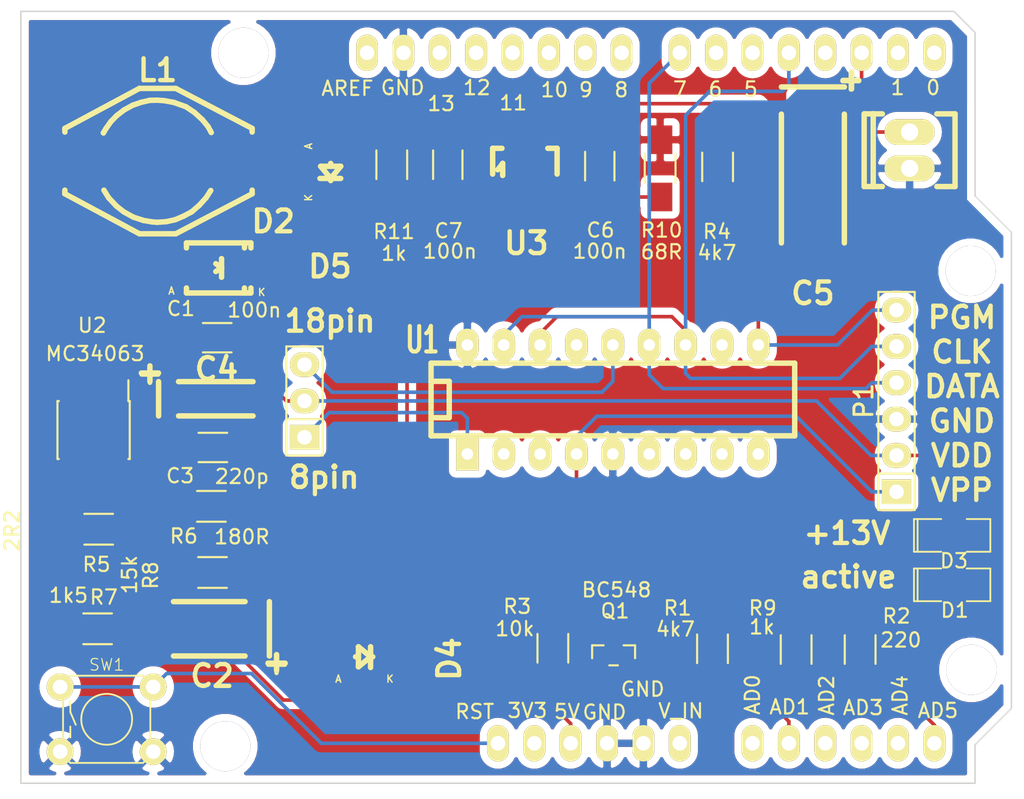
<source format=kicad_pcb>
(kicad_pcb (version 20171130) (host pcbnew 6.0.0-rc1-unknown-efe880b~66~ubuntu16.04.1)
  (layers (0 F.Cu signal) (31 B.Cu signal) (34 B.Paste user) (35 F.Paste user) (36 B.SilkS user) (37 F.SilkS user) (38 B.Mask user) (39 F.Mask user) (44 Edge.Cuts user))
  (net 0 "")
  (net 1 "VDD(D2)")
  (net 2 GND)
  (net 3 5V)
  (net 4 "Net-(C3-Pad1)")
  (net 5 13V)
  (net 6 "Net-(C5-Pad1)")
  (net 7 "Net-(C6-Pad2)")
  (net 8 "Net-(D1-Pad1)")
  (net 9 "Net-(D2-Pad1)")
  (net 10 "Net-(D3-Pad1)")
  (net 11 ZIF1)
  (net 12 ZIF14)
  (net 13 "Net-(L1-Pad2)")
  (net 14 VPP)
  (net 15 "DATA(D7)")
  (net 16 "CLK(D4)")
  (net 17 PGM)
  (net 18 "Net-(Q1-Pad2)")
  (net 19 "MCLR(A1)")
  (net 20 "ACTIVITY(A5)")
  (net 21 "Net-(R6-Pad2)")
  (net 22 "Net-(R7-Pad1)")
  (net 23 RESET)
  (net 24 "Net-(C4-Pad1)")
  (net 25 "Net-(C7-Pad1)")
  (module my_modules:ARDUINO_SHIELD_2_040pins (layer F.Cu) (at 129.6416 129.8448)
    (fp_text reference SHIELD1 hide)
    (fp_text value ARDUINO_SHIELD hide)
    (pad AD5 thru_hole oval (at 63.5 -2.54 90) (size 2.54 1.524) (drill 1.016) (layers *.Cu *.Mask F.SilkS) (net 20 "ACTIVITY(A5)"))
    (pad AD4 thru_hole oval (at 60.96 -2.54 90) (size 2.54 1.524) (drill 1.016) (layers *.Cu *.Mask F.SilkS))
    (pad AD3 thru_hole oval (at 58.42 -2.54 90) (size 2.54 1.524) (drill 1.016) (layers *.Cu *.Mask F.SilkS))
    (pad AD0 thru_hole oval (at 50.8 -2.54 90) (size 2.54 1.524) (drill 1.016) (layers *.Cu *.Mask F.SilkS))
    (pad AD1 thru_hole oval (at 53.34 -2.54 90) (size 2.54 1.524) (drill 1.016) (layers *.Cu *.Mask F.SilkS) (net 19 "MCLR(A1)"))
    (pad AD2 thru_hole oval (at 55.88 -2.54 90) (size 2.54 1.524) (drill 1.016) (layers *.Cu *.Mask F.SilkS))
    (pad V_IN thru_hole oval (at 45.72 -2.54 90) (size 2.54 1.524) (drill 1.016) (layers *.Cu *.Mask F.SilkS))
    (pad GND2 thru_hole oval (at 43.18 -2.54 90) (size 2.54 1.524) (drill 1.016) (layers *.Cu *.Mask F.SilkS) (net 2 GND))
    (pad GND1 thru_hole oval (at 40.64 -2.54 90) (size 2.54 1.524) (drill 1.016) (layers *.Cu *.Mask F.SilkS) (net 2 GND))
    (pad 3V3 thru_hole oval (at 35.56 -2.54 90) (size 2.54 1.524) (drill 1.016) (layers *.Cu *.Mask F.SilkS))
    (pad RST thru_hole oval (at 33.02 -2.54 90) (size 2.54 1.524) (drill 1.016) (layers *.Cu *.Mask F.SilkS) (net 23 RESET))
    (pad 0 thru_hole oval (at 63.5 -50.8 90) (size 2.54 1.524) (drill 1.016) (layers *.Cu *.Mask F.SilkS))
    (pad 1 thru_hole oval (at 60.96 -50.8 90) (size 2.54 1.524) (drill 1.016) (layers *.Cu *.Mask F.SilkS))
    (pad 2 thru_hole oval (at 58.42 -50.8 90) (size 2.54 1.524) (drill 1.016) (layers *.Cu *.Mask F.SilkS) (net 1 "VDD(D2)"))
    (pad 3 thru_hole oval (at 55.88 -50.8 90) (size 2.54 1.524) (drill 1.016) (layers *.Cu *.Mask F.SilkS))
    (pad 4 thru_hole oval (at 53.34 -50.8 90) (size 2.54 1.524) (drill 1.016) (layers *.Cu *.Mask F.SilkS) (net 16 "CLK(D4)"))
    (pad 5 thru_hole oval (at 50.8 -50.8 90) (size 2.54 1.524) (drill 1.016) (layers *.Cu *.Mask F.SilkS))
    (pad 6 thru_hole oval (at 48.26 -50.8 90) (size 2.54 1.524) (drill 1.016) (layers *.Cu *.Mask F.SilkS))
    (pad 7 thru_hole oval (at 45.72 -50.8 90) (size 2.54 1.524) (drill 1.016) (layers *.Cu *.Mask F.SilkS) (net 15 "DATA(D7)"))
    (pad 8 thru_hole oval (at 41.656 -50.8 90) (size 2.54 1.524) (drill 1.016) (layers *.Cu *.Mask F.SilkS))
    (pad 9 thru_hole oval (at 39.116 -50.8 90) (size 2.54 1.524) (drill 1.016) (layers *.Cu *.Mask F.SilkS))
    (pad 10 thru_hole oval (at 36.576 -50.8 90) (size 2.54 1.524) (drill 1.016) (layers *.Cu *.Mask F.SilkS))
    (pad 11 thru_hole oval (at 34.036 -50.8 90) (size 2.54 1.524) (drill 1.016) (layers *.Cu *.Mask F.SilkS))
    (pad 12 thru_hole oval (at 31.496 -50.8 90) (size 2.54 1.524) (drill 1.016) (layers *.Cu *.Mask F.SilkS))
    (pad 13 thru_hole oval (at 28.956 -50.8 90) (size 2.54 1.524) (drill 1.016) (layers *.Cu *.Mask F.SilkS))
    (pad GND3 thru_hole oval (at 26.416 -50.8 90) (size 2.54 1.524) (drill 1.016) (layers *.Cu *.Mask F.SilkS) (net 2 GND))
    (pad AREF thru_hole oval (at 23.876 -50.8 90) (size 2.54 1.524) (drill 1.016) (layers *.Cu *.Mask F.SilkS))
    (pad 5V thru_hole oval (at 38.1 -2.54 90) (size 2.54 1.524) (drill 1.016) (layers *.Cu *.Mask F.SilkS) (net 3 5V))
  )
  (module Capacitors_SMD:C_1206_HandSoldering (layer F.Cu) (at 143.0528 98.9584 180)
    (fp_text reference C1 (at 2.54 2.032 180) (layer F.SilkS))
    (fp_text value 100n (at -2.5908 1.9304 180) (layer F.SilkS))
    (pad 1 smd rect (at -2 0 180) (size 2 1.6) (layers F.Cu F.Paste F.Mask) (net 1 "VDD(D2)"))
    (pad 2 smd rect (at 2 0 180) (size 2 1.6) (layers F.Cu F.Paste F.Mask) (net 2 GND))
  )
  (module Capacitors_SMD:C_1206_HandSoldering (layer F.Cu) (at 142.748 106.6292)
    (fp_text reference C3 (at -2.286 1.9812) (layer F.SilkS))
    (fp_text value 220p (at 2.032 2.032) (layer F.SilkS))
    (pad 1 smd rect (at -2 0) (size 2 1.6) (layers F.Cu F.Paste F.Mask) (net 4 "Net-(C3-Pad1)"))
    (pad 2 smd rect (at 2 0) (size 2 1.6) (layers F.Cu F.Paste F.Mask) (net 2 GND))
  )
  (module Capacitors_Tantalum_SMD:TantalC_SizeA_EIA-3216_HandSoldering (layer F.Cu) (at 142.9512 103.2256)
    (fp_text reference C4 (at 0.0508 -2.0828 180) (layer F.SilkS) (effects (font (size 1.524 1.524) (thickness 0.3048))))
    (fp_text value 10m/16V hide)
    (fp_text user + (at -4.59994 -1.80086) (layer F.SilkS) (effects (font (size 1.524 1.524) (thickness 0.3048))))
    (pad 2 smd rect (at 1.99898 0) (size 2.99974 1.50114) (layers F.Cu F.Paste F.Mask) (net 2 GND))
    (pad 1 smd rect (at -1.99898 0) (size 2.99974 1.50114) (layers F.Cu F.Paste F.Mask) (net 24 "Net-(C4-Pad1)"))
  )
  (module Capacitors_Tantalum_SMD:TantalC_SizeD_EIA-7343_HandSoldering (layer F.Cu) (at 184.658 87.8332 270)
    (fp_text reference C5 (at 8.0264 0) (layer F.SilkS) (effects (font (size 1.524 1.524) (thickness 0.3048))))
    (fp_text value 33m/35V hide)
    (fp_text user + (at -6.8072 -2.54 270) (layer F.SilkS) (effects (font (size 1.524 1.524) (thickness 0.3048))))
    (pad 2 smd rect (at 3.88874 0 270) (size 4.0005 2.70002) (layers F.Cu F.Paste F.Mask) (net 2 GND))
    (pad 1 smd rect (at -3.88874 0 270) (size 4.0005 2.70002) (layers F.Cu F.Paste F.Mask) (net 6 "Net-(C5-Pad1)"))
  )
  (module Capacitors_SMD:C_1206_HandSoldering (layer F.Cu) (at 169.7736 86.9696 270)
    (fp_text reference C6 (at 4.4704 -0.0508) (layer F.SilkS))
    (fp_text value 100n (at 5.9436 0) (layer F.SilkS))
    (pad 1 smd rect (at -2 0 270) (size 2 1.6) (layers F.Cu F.Paste F.Mask) (net 6 "Net-(C5-Pad1)"))
    (pad 2 smd rect (at 2 0 270) (size 2 1.6) (layers F.Cu F.Paste F.Mask) (net 7 "Net-(C6-Pad2)"))
  )
  (module Capacitors_SMD:C_1206_HandSoldering (layer F.Cu) (at 159.1564 86.868 90)
    (fp_text reference C7 (at -4.6228 0.0508 180) (layer F.SilkS))
    (fp_text value 100n (at -6.0452 0.1524 180) (layer F.SilkS))
    (pad 1 smd rect (at -2 0 90) (size 2 1.6) (layers F.Cu F.Paste F.Mask) (net 25 "Net-(C7-Pad1)"))
    (pad 2 smd rect (at 2 0 90) (size 2 1.6) (layers F.Cu F.Paste F.Mask) (net 7 "Net-(C6-Pad2)"))
  )
  (module Diodes_SMD:Diode-SMA_Handsoldering (layer F.Cu) (at 143.1544 94.0816)
    (fp_text reference D2 (at 3.81 -3.2512) (layer F.SilkS) (effects (font (size 1.524 1.524) (thickness 0.3048))))
    (fp_text value 1N5819 hide)
    (fp_text user A (at -3.29946 1.6002) (layer F.SilkS) (effects (font (size 0.50038 0.50038) (thickness 0.09906))))
    (fp_text user K (at 2.99974 1.69926) (layer F.SilkS) (effects (font (size 0.50038 0.50038) (thickness 0.09906))))
    (pad 1 smd rect (at -2.49936 0) (size 3.50012 1.80086) (layers F.Cu F.Paste F.Mask) (net 9 "Net-(D2-Pad1)"))
    (pad 2 smd rect (at 2.49936 0) (size 3.50012 1.80086) (layers F.Cu F.Paste F.Mask) (net 24 "Net-(C4-Pad1)"))
  )
  (module Pin_Headers:Pin_Header_Straight_1x03 (layer F.Cu) (at 149.1488 103.378 90)
    (fp_text reference JP1 hide)
    (fp_text value JUMPER3 hide)
    (pad 1 thru_hole rect (at -2.54 0 90) (size 1.7272 2.032) (drill 1.016) (layers *.Cu *.Mask F.SilkS) (net 11 ZIF1))
    (pad 2 thru_hole oval (at 0 0 90) (size 1.7272 2.032) (drill 1.016) (layers *.Cu *.Mask F.SilkS) (net 1 "VDD(D2)"))
    (pad 3 thru_hole oval (at 2.54 0 90) (size 1.7272 2.032) (drill 1.016) (layers *.Cu *.Mask F.SilkS) (net 12 ZIF14))
  )
  (module Choke_SMD:Choke_SMD_PISN_Handsoldering_FASTRON (layer F.Cu) (at 138.8872 86.614)
    (fp_text reference L1 (at 0 -6.35) (layer F.SilkS) (effects (font (size 1.524 1.524) (thickness 0.3048))))
    (fp_text value 220uH hide)
    (pad 2 smd rect (at -5.6515 0.01016) (size 4.0005 2.99974) (layers F.Cu F.Paste F.Mask) (net 13 "Net-(L1-Pad2)"))
    (pad 1 smd rect (at 5.68198 0) (size 4.0005 2.99974) (layers F.Cu F.Paste F.Mask) (net 9 "Net-(D2-Pad1)"))
  )
  (module Sockets_MOLEX_KK-System:Socket_MOLEX-KK-RM2-54mm_Lock_2pin_straight (layer F.Cu) (at 191.4144 85.852 90)
    (fp_text reference P2 hide)
    (fp_text value CONN_01X02 hide)
    (pad 1 thru_hole oval (at -1.27 0 90) (size 1.80086 3.50012) (drill 1.19888) (layers *.Cu *.Mask F.SilkS) (net 2 GND))
    (pad 2 thru_hole oval (at 1.27 0 90) (size 1.80086 3.50012) (drill 1.19888) (layers *.Cu *.Mask F.SilkS) (net 6 "Net-(C5-Pad1)"))
  )
  (module Transistors_SMD:sot23 (layer F.Cu) (at 170.7388 121.158)
    (fp_text reference Q1 (at 0.1016 -3.0988) (layer F.SilkS))
    (fp_text value BC548 (at 0.2032 -4.572) (layer F.SilkS))
    (pad 1 smd rect (at -0.9525 1.05664) (size 0.59944 1.00076) (layers F.Cu F.Paste F.Mask) (net 14 VPP))
    (pad 3 smd rect (at 0 -1.05664) (size 0.59944 1.00076) (layers F.Cu F.Paste F.Mask) (net 2 GND))
    (pad 2 smd rect (at 0.9525 1.05664) (size 0.59944 1.00076) (layers F.Cu F.Paste F.Mask) (net 18 "Net-(Q1-Pad2)"))
  )
  (module Resistors_SMD:R_1206_HandSoldering (layer F.Cu) (at 177.6476 120.7008 270)
    (fp_text reference R1 (at -2.8448 2.4384) (layer F.SilkS))
    (fp_text value 4k7 (at -1.3716 2.5908) (layer F.SilkS))
    (pad 1 smd rect (at -2 0 270) (size 2 1.7) (layers F.Cu F.Paste F.Mask) (net 18 "Net-(Q1-Pad2)"))
    (pad 2 smd rect (at 2 0 270) (size 2 1.7) (layers F.Cu F.Paste F.Mask) (net 19 "MCLR(A1)"))
  )
  (module Resistors_SMD:R_1206_HandSoldering (layer F.Cu) (at 187.96 120.7516 270)
    (fp_text reference R2 (at -2.3368 -2.54) (layer F.SilkS))
    (fp_text value 220 (at -0.6604 -2.8448) (layer F.SilkS))
    (pad 1 smd rect (at -2 0 270) (size 2 1.7) (layers F.Cu F.Paste F.Mask) (net 8 "Net-(D1-Pad1)"))
    (pad 2 smd rect (at 2 0 270) (size 2 1.7) (layers F.Cu F.Paste F.Mask) (net 20 "ACTIVITY(A5)"))
  )
  (module Resistors_SMD:R_1206_HandSoldering (layer F.Cu) (at 166.497 120.6627 90)
    (fp_text reference R3 (at 2.921 -2.4892 180) (layer F.SilkS))
    (fp_text value 10k (at 1.3589 -2.6543 180) (layer F.SilkS))
    (pad 1 smd rect (at -2 0 90) (size 2 1.7) (layers F.Cu F.Paste F.Mask) (net 5 13V))
    (pad 2 smd rect (at 2 0 90) (size 2 1.7) (layers F.Cu F.Paste F.Mask) (net 14 VPP))
  )
  (module Resistors_SMD:R_1206_HandSoldering (layer F.Cu) (at 178.0032 87.0204 90)
    (fp_text reference R4 (at -4.5212 -0.0508 180) (layer F.SilkS))
    (fp_text value 4k7 (at -5.9944 -0.0508 180) (layer F.SilkS))
    (pad 1 smd rect (at -2 0 90) (size 2 1.7) (layers F.Cu F.Paste F.Mask) (net 17 PGM))
    (pad 2 smd rect (at 2 0 90) (size 2 1.7) (layers F.Cu F.Paste F.Mask) (net 2 GND))
  )
  (module Resistors_SMD:R_1206_HandSoldering (layer F.Cu) (at 134.7724 112.3442)
    (fp_text reference R5 (at -0.1524 2.4638 180) (layer F.SilkS))
    (fp_text value 2R2 (at -6.0452 0.1016 90) (layer F.SilkS))
    (pad 1 smd rect (at -2 0) (size 2 1.7) (layers F.Cu F.Paste F.Mask) (net 3 5V))
    (pad 2 smd rect (at 2 0) (size 2 1.7) (layers F.Cu F.Paste F.Mask) (net 13 "Net-(L1-Pad2)"))
  )
  (module Resistors_SMD:R_1206_HandSoldering (layer F.Cu) (at 142.6464 110.744)
    (fp_text reference R6 (at -1.9304 2.0828) (layer F.SilkS))
    (fp_text value 180R (at 2.1336 2.1336) (layer F.SilkS))
    (pad 1 smd rect (at -2 0) (size 2 1.7) (layers F.Cu F.Paste F.Mask) (net 13 "Net-(L1-Pad2)"))
    (pad 2 smd rect (at 2 0) (size 2 1.7) (layers F.Cu F.Paste F.Mask) (net 21 "Net-(R6-Pad2)"))
  )
  (module Resistors_SMD:R_1206_HandSoldering (layer F.Cu) (at 134.6962 119.3038)
    (fp_text reference R7 (at 0.4318 -2.2098) (layer F.SilkS))
    (fp_text value 1k5 (at -2.032 -2.3368) (layer F.SilkS))
    (pad 1 smd rect (at -2 0) (size 2 1.7) (layers F.Cu F.Paste F.Mask) (net 22 "Net-(R7-Pad1)"))
    (pad 2 smd rect (at 2 0) (size 2 1.7) (layers F.Cu F.Paste F.Mask) (net 2 GND))
  )
  (module Resistors_SMD:R_1206_HandSoldering (layer F.Cu) (at 142.7226 115.3668 180)
    (fp_text reference R8 (at 4.318 -0.2032 -90) (layer F.SilkS))
    (fp_text value 15k (at 5.7912 -0.1524 -90) (layer F.SilkS))
    (pad 1 smd rect (at -2 0 180) (size 2 1.7) (layers F.Cu F.Paste F.Mask) (net 24 "Net-(C4-Pad1)"))
    (pad 2 smd rect (at 2 0 180) (size 2 1.7) (layers F.Cu F.Paste F.Mask) (net 22 "Net-(R7-Pad1)"))
  )
  (module Resistors_SMD:R_1206_HandSoldering (layer F.Cu) (at 183.4896 120.7516 270)
    (fp_text reference R9 (at -2.8956 2.3368) (layer F.SilkS))
    (fp_text value 1k (at -1.5748 2.3876) (layer F.SilkS))
    (pad 1 smd rect (at -2 0 270) (size 2 1.7) (layers F.Cu F.Paste F.Mask) (net 10 "Net-(D3-Pad1)"))
    (pad 2 smd rect (at 2 0 270) (size 2 1.7) (layers F.Cu F.Paste F.Mask) (net 5 13V))
  )
  (module Resistors_SMD:R_1206_HandSoldering (layer F.Cu) (at 173.99 87.122 270)
    (fp_text reference R10 (at 4.318 -0.1016) (layer F.SilkS))
    (fp_text value 68R (at 5.842 -0.1016) (layer F.SilkS))
    (pad 1 smd rect (at -2 0 270) (size 2 1.7) (layers F.Cu F.Paste F.Mask) (net 2 GND))
    (pad 2 smd rect (at 2 0 270) (size 2 1.7) (layers F.Cu F.Paste F.Mask) (net 7 "Net-(C6-Pad2)"))
  )
  (module Resistors_SMD:R_1206_HandSoldering (layer F.Cu) (at 155.2448 86.868 90)
    (fp_text reference R11 (at -4.6736 0.1524 180) (layer F.SilkS))
    (fp_text value 1k (at -6.1976 0.1524 180) (layer F.SilkS))
    (pad 1 smd rect (at -2 0 90) (size 2 1.7) (layers F.Cu F.Paste F.Mask) (net 25 "Net-(C7-Pad1)"))
    (pad 2 smd rect (at 2 0 90) (size 2 1.7) (layers F.Cu F.Paste F.Mask) (net 7 "Net-(C6-Pad2)"))
  )
  (module ab2_input_devices.mod:AB2_PB_MOM_6MM_PTH_BLK (layer F.Cu) (at 135.3312 125.6284)
    (fp_text reference SW1 (at 0 -3.81) (layer F.SilkS) (effects (font (size 0.8128 0.8128) (thickness 0.0762))))
    (fp_text value SW_PUSH hide)
    (pad 1 thru_hole circle (at -3.2512 -2.2606) (size 1.8796 1.8796) (drill 1.016) (layers *.Cu *.Mask F.SilkS) (net 23 RESET))
    (pad 1 thru_hole circle (at 3.2512 -2.2606) (size 1.8796 1.8796) (drill 1.016) (layers *.Cu *.Mask F.SilkS) (net 23 RESET))
    (pad 2 thru_hole circle (at -3.2512 2.2606) (size 1.8796 1.8796) (drill 1.016) (layers *.Cu *.Mask F.SilkS) (net 2 GND))
    (pad 2 thru_hole circle (at 3.2512 2.2606) (size 1.8796 1.8796) (drill 1.016) (layers *.Cu *.Mask F.SilkS) (net 2 GND))
  )
  (module Sockets_DIP:DIP-18__300_ELL (layer F.Cu) (at 170.688 103.2764)
    (fp_text reference U1 (at -13.3096 -4.1656) (layer F.SilkS) (effects (font (size 1.778 1.143) (thickness 0.3048))))
    (fp_text value PIC16F627 hide)
    (pad 1 thru_hole rect (at -10.16 3.81) (size 1.5748 2.286) (drill 0.8128) (layers *.Cu *.Mask F.SilkS) (net 11 ZIF1))
    (pad 2 thru_hole oval (at -7.62 3.81) (size 1.5748 2.286) (drill 0.8128) (layers *.Cu *.Mask F.SilkS))
    (pad 3 thru_hole oval (at -5.08 3.81) (size 1.5748 2.286) (drill 0.8128) (layers *.Cu *.Mask F.SilkS))
    (pad 4 thru_hole oval (at -2.54 3.81) (size 1.5748 2.286) (drill 0.8128) (layers *.Cu *.Mask F.SilkS) (net 14 VPP))
    (pad 5 thru_hole oval (at 0 3.81) (size 1.5748 2.286) (drill 0.8128) (layers *.Cu *.Mask F.SilkS) (net 2 GND))
    (pad 6 thru_hole oval (at 2.54 3.81) (size 1.5748 2.286) (drill 0.8128) (layers *.Cu *.Mask F.SilkS))
    (pad 7 thru_hole oval (at 5.08 3.81) (size 1.5748 2.286) (drill 0.8128) (layers *.Cu *.Mask F.SilkS))
    (pad 8 thru_hole oval (at 7.62 3.81) (size 1.5748 2.286) (drill 0.8128) (layers *.Cu *.Mask F.SilkS))
    (pad 9 thru_hole oval (at 10.16 3.81) (size 1.5748 2.286) (drill 0.8128) (layers *.Cu *.Mask F.SilkS))
    (pad 10 thru_hole oval (at 10.16 -3.81) (size 1.5748 2.286) (drill 0.8128) (layers *.Cu *.Mask F.SilkS) (net 17 PGM))
    (pad 11 thru_hole oval (at 7.62 -3.81) (size 1.5748 2.286) (drill 0.8128) (layers *.Cu *.Mask F.SilkS))
    (pad 12 thru_hole oval (at 5.08 -3.81) (size 1.5748 2.286) (drill 0.8128) (layers *.Cu *.Mask F.SilkS) (net 16 "CLK(D4)"))
    (pad 13 thru_hole oval (at 2.54 -3.81) (size 1.5748 2.286) (drill 0.8128) (layers *.Cu *.Mask F.SilkS) (net 15 "DATA(D7)"))
    (pad 14 thru_hole oval (at 0 -3.81) (size 1.5748 2.286) (drill 0.8128) (layers *.Cu *.Mask F.SilkS) (net 12 ZIF14))
    (pad 15 thru_hole oval (at -2.54 -3.81) (size 1.5748 2.286) (drill 0.8128) (layers *.Cu *.Mask F.SilkS))
    (pad 16 thru_hole oval (at -5.08 -3.81) (size 1.5748 2.286) (drill 0.8128) (layers *.Cu *.Mask F.SilkS) (net 16 "CLK(D4)"))
    (pad 17 thru_hole oval (at -7.62 -3.81) (size 1.5748 2.286) (drill 0.8128) (layers *.Cu *.Mask F.SilkS) (net 15 "DATA(D7)"))
    (pad 18 thru_hole oval (at -10.16 -3.81) (size 1.5748 2.286) (drill 0.8128) (layers *.Cu *.Mask F.SilkS) (net 2 GND))
  )
  (module Housings_SOT-89:SOT89-3_Housing (layer F.Cu) (at 164.5412 87.0204)
    (fp_text reference U3 (at 0.1016 5.334) (layer F.SilkS) (effects (font (size 1.524 1.524) (thickness 0.3048))))
    (fp_text value LM78L12ACZ hide)
    (pad 1 smd rect (at -1.50114 1.85166) (size 1.00076 1.50114) (layers F.Cu F.Paste F.Mask) (net 25 "Net-(C7-Pad1)"))
    (pad 2 smd rect (at 0 1.85166) (size 1.00076 1.50114) (layers F.Cu F.Paste F.Mask) (net 7 "Net-(C6-Pad2)"))
    (pad 3 smd rect (at 1.50114 1.85166) (size 1.00076 1.50114) (layers F.Cu F.Paste F.Mask) (net 6 "Net-(C5-Pad1)"))
    (pad 2 smd rect (at 0 -1.09982) (size 1.99898 2.99974) (layers F.Cu F.Paste F.Mask) (net 7 "Net-(C6-Pad2)"))
    (pad 2 smd trapezoid (at 0 0.7493 180) (size 1.50114 0.7493) (rect_delta 0 0.50038) (layers F.Cu F.Paste F.Mask) (net 7 "Net-(C6-Pad2)"))
  )
  (module Housings_SOIC:SOIC-8_3.9x4.9mm_Pitch1.27mm (layer F.Cu) (at 134.4168 105.41 270)
    (fp_text reference U2 (at -7.3152 0.1016) (layer F.SilkS))
    (fp_text value MC34063 (at -5.334 -0.1016) (layer F.SilkS))
    (pad 1 smd rect (at -2.7 -1.905 270) (size 1.55 0.6) (layers F.Cu F.Paste F.Mask) (net 9 "Net-(D2-Pad1)"))
    (pad 2 smd rect (at -2.7 -0.635 270) (size 1.55 0.6) (layers F.Cu F.Paste F.Mask) (net 2 GND))
    (pad 3 smd rect (at -2.7 0.635 270) (size 1.55 0.6) (layers F.Cu F.Paste F.Mask) (net 4 "Net-(C3-Pad1)"))
    (pad 4 smd rect (at -2.7 1.905 270) (size 1.55 0.6) (layers F.Cu F.Paste F.Mask) (net 2 GND))
    (pad 5 smd rect (at 2.7 1.905 270) (size 1.55 0.6) (layers F.Cu F.Paste F.Mask) (net 22 "Net-(R7-Pad1)"))
    (pad 6 smd rect (at 2.7 0.635 270) (size 1.55 0.6) (layers F.Cu F.Paste F.Mask) (net 3 5V))
    (pad 7 smd rect (at 2.7 -0.635 270) (size 1.55 0.6) (layers F.Cu F.Paste F.Mask) (net 13 "Net-(L1-Pad2)"))
    (pad 8 smd rect (at 2.7 -1.905 270) (size 1.55 0.6) (layers F.Cu F.Paste F.Mask) (net 21 "Net-(R6-Pad2)"))
  )
  (module Pin_Headers:Pin_Header_Straight_1x06 (layer F.Cu) (at 190.5 103.378 90)
    (fp_text reference P1 (at 0 -2.286 90) (layer F.SilkS) (effects (font (size 1.27 1.27) (thickness 0.2032))))
    (fp_text value CONN_01X06 hide)
    (pad 1 thru_hole rect (at -6.35 0 90) (size 1.7272 2.032) (drill 1.016) (layers *.Cu *.Mask F.SilkS) (net 14 VPP))
    (pad 2 thru_hole oval (at -3.81 0 90) (size 1.7272 2.032) (drill 1.016) (layers *.Cu *.Mask F.SilkS) (net 1 "VDD(D2)"))
    (pad 3 thru_hole oval (at -1.27 0 90) (size 1.7272 2.032) (drill 1.016) (layers *.Cu *.Mask F.SilkS) (net 2 GND))
    (pad 4 thru_hole oval (at 1.27 0 90) (size 1.7272 2.032) (drill 1.016) (layers *.Cu *.Mask F.SilkS) (net 15 "DATA(D7)"))
    (pad 5 thru_hole oval (at 3.81 0 90) (size 1.7272 2.032) (drill 1.016) (layers *.Cu *.Mask F.SilkS) (net 16 "CLK(D4)"))
    (pad 6 thru_hole oval (at 6.35 0 90) (size 1.7272 2.032) (drill 1.016) (layers *.Cu *.Mask F.SilkS) (net 17 PGM))
  )
  (module SMD_Packages:SMD-1206_Pol (layer F.Cu) (at 194.5132 116.2304)
    (fp_text reference D1 (at 0.0508 1.778) (layer F.SilkS))
    (fp_text value "LED yellow" hide)
    (pad 1 smd rect (at -1.651 0) (size 1.524 2.032) (layers F.Cu F.Paste F.Mask) (net 8 "Net-(D1-Pad1)"))
    (pad 2 smd rect (at 1.651 0) (size 1.524 2.032) (layers F.Cu F.Paste F.Mask) (net 2 GND))
  )
  (module SMD_Packages:SMD-1206_Pol (layer F.Cu) (at 194.5132 112.776)
    (fp_text reference D3 (at 0 1.778) (layer F.SilkS))
    (fp_text value "LED red" hide)
    (pad 1 smd rect (at -1.651 0) (size 1.524 2.032) (layers F.Cu F.Paste F.Mask) (net 10 "Net-(D3-Pad1)"))
    (pad 2 smd rect (at 1.651 0) (size 1.524 2.032) (layers F.Cu F.Paste F.Mask) (net 2 GND))
  )
  (module Diodes_SMD:Diode-MiniMELF_Handsoldering (layer F.Cu) (at 153.3144 121.2596)
    (fp_text reference D4 (at 5.9436 0.1524 -270) (layer F.SilkS) (effects (font (size 1.524 1.524) (thickness 0.3048))))
    (fp_text value DIODE hide)
    (fp_text user A (at -1.80086 1.5494) (layer F.SilkS) (effects (font (size 0.50038 0.50038) (thickness 0.09906))))
    (fp_text user K (at 1.80086 1.5494) (layer F.SilkS) (effects (font (size 0.50038 0.50038) (thickness 0.09906))))
    (pad 1 smd rect (at -2.75082 0) (size 3.29946 1.69926) (layers F.Cu F.Paste F.Mask) (net 24 "Net-(C4-Pad1)"))
    (pad 2 smd rect (at 2.75082 0) (size 3.29946 1.69926) (layers F.Cu F.Paste F.Mask) (net 5 13V))
  )
  (module Diodes_SMD:Diode-MiniMELF_Handsoldering (layer F.Cu) (at 150.9776 87.376 270)
    (fp_text reference D5 (at 6.604 0.0508) (layer F.SilkS) (effects (font (size 1.524 1.524) (thickness 0.3048))))
    (fp_text value DIODE hide)
    (fp_text user A (at -1.80086 1.5494 270) (layer F.SilkS) (effects (font (size 0.50038 0.50038) (thickness 0.09906))))
    (fp_text user K (at 1.80086 1.5494 270) (layer F.SilkS) (effects (font (size 0.50038 0.50038) (thickness 0.09906))))
    (pad 1 smd rect (at -2.75082 0 270) (size 3.29946 1.69926) (layers F.Cu F.Paste F.Mask) (net 25 "Net-(C7-Pad1)"))
    (pad 2 smd rect (at 2.75082 0 270) (size 3.29946 1.69926) (layers F.Cu F.Paste F.Mask) (net 5 13V))
  )
  (module Mounting_Holes:MountingHole_3-5mm (layer F.Cu) (at 195.7324 122.174)
    (fp_text reference MH hide)
    (fp_text value MountingHole_3-5mm_RevA_Date21Jun2010 hide)
    (pad 1 thru_hole circle (at 0 0) (size 3.50012 3.50012) (drill 3.50012) (layers))
  )
  (module Mounting_Holes:MountingHole_3-5mm (layer F.Cu) (at 195.6816 94.2848)
    (fp_text reference MH hide)
    (fp_text value MountingHole_3-5mm_RevA_Date21Jun2010 hide)
    (pad 1 thru_hole circle (at 0 0) (size 3.50012 3.50012) (drill 3.50012) (layers))
  )
  (module Mounting_Holes:MountingHole_3-5mm (layer F.Cu) (at 144.8816 79.0448)
    (fp_text reference MH hide)
    (fp_text value MountingHole_3-5mm_RevA_Date21Jun2010 hide)
    (pad 1 thru_hole circle (at 0 0) (size 3.50012 3.50012) (drill 3.50012) (layers))
  )
  (module Mounting_Holes:MountingHole_3-5mm (layer F.Cu) (at 143.6116 127.508)
    (fp_text reference MH hide)
    (fp_text value MountingHole_3-5mm_RevA_Date21Jun2010 hide)
    (pad 1 thru_hole circle (at 0 0) (size 3.50012 3.50012) (drill 3.50012) (layers))
  )
  (module Capacitors_Tantalum_SMD:TantalC_SizeB_EIA-3528_HandSoldering (layer F.Cu) (at 142.494 119.3038 180)
    (fp_text reference C2 (at -0.20066 -3.29946 180) (layer F.SilkS) (effects (font (size 1.524 1.524) (thickness 0.3048))))
    (fp_text value 10m/6,3V hide)
    (fp_text user + (at -4.70154 -2.4003 180) (layer F.SilkS) (effects (font (size 1.524 1.524) (thickness 0.3048))))
    (pad 2 smd rect (at 2.12598 0 180) (size 3.1496 1.80086) (layers F.Cu F.Paste F.Mask) (net 2 GND))
    (pad 1 smd rect (at -2.12598 0 180) (size 3.1496 1.80086) (layers F.Cu F.Paste F.Mask) (net 3 5V))
  )
  (gr_text AD5 (at 193.3956 125.0188) (layer F.SilkS) (effects (font (size 1 1))))
  (gr_text AD4 (at 190.754 123.952 90) (layer F.SilkS) (effects (font (size 1 1))))
  (gr_text AD3 (at 188.1632 124.8156) (layer F.SilkS) (effects (font (size 1 1))))
  (gr_text AD2 (at 185.6232 123.952 90) (layer F.SilkS) (effects (font (size 1 1))))
  (gr_text AD1 (at 183.0324 124.7648) (layer F.SilkS) (effects (font (size 1 1))))
  (gr_text AD0 (at 180.4416 123.9012 90) (layer F.SilkS) (effects (font (size 1 1))))
  (gr_text V_IN (at 175.4378 125.0442) (layer F.SilkS) (effects (font (size 1 1))))
  (gr_text "       GND\nGND" (at 170.1038 124.333) (layer F.SilkS) (effects (font (size 1 1))))
  (gr_text 5V (at 167.4876 125.095) (layer F.SilkS) (effects (font (size 1 1))))
  (gr_text 3V3 (at 164.719 125.0188) (layer F.SilkS) (effects (font (size 1 1))))
  (gr_text RST (at 161.036 125.095) (layer F.SilkS) (effects (font (size 1 1))))
  (gr_text "1  0" (at 191.8208 81.4832) (layer F.SilkS) (effects (font (size 1 1))))
  (gr_text "7  6  5" (at 177.8508 81.5848) (layer F.SilkS) (effects (font (size 1 1))))
  (gr_text "10 9  8" (at 168.7068 81.6356) (layer F.SilkS) (effects (font (size 1 1))))
  (gr_text 11 (at 163.7284 82.55) (layer F.SilkS) (effects (font (size 1 1))))
  (gr_text 12 (at 161.1884 81.4832) (layer F.SilkS) (effects (font (size 1 1))))
  (gr_text 13 (at 158.6992 82.6008) (layer F.SilkS) (effects (font (size 1 1))))
  (gr_text GND (at 156.0068 81.4832) (layer F.SilkS) (effects (font (size 1 1))))
  (gr_text AREF (at 152.146 81.534) (layer F.SilkS) (effects (font (size 1 1))))
  (gr_text 18pin (at 150.9268 97.79) (layer F.SilkS) (effects (font (size 1.5 1.5) (thickness 0.3))))
  (gr_text 8pin (at 150.5204 108.712) (layer F.SilkS) (effects (font (size 1.5 1.5) (thickness 0.3))))
  (gr_text "PGM\nCLK\nDATA\nGND\nVDD\nVPP" (at 195.072 103.5812) (layer F.SilkS) (effects (font (size 1.5 1.5) (thickness 0.3))))
  (gr_text active (at 187.1472 115.6716) (layer F.SilkS) (effects (font (size 1.5 1.5) (thickness 0.3))))
  (gr_text "+13V\n" (at 187.0456 112.6236) (layer F.SilkS) (effects (font (size 1.5 1.5) (thickness 0.3))))
  (gr_line (start 130.302 76.1492) (end 129.3368 76.1492) (angle 90) (layer Edge.Cuts) (width 0.1))
  (gr_line (start 129.3368 130.0988) (end 129.3368 76.1492) (angle 90) (layer Edge.Cuts) (width 0.1))
  (gr_line (start 195.9864 130.0988) (end 129.3368 130.0988) (angle 90) (layer Edge.Cuts) (width 0.1))
  (gr_line (start 195.9864 127.4064) (end 195.9864 130.0988) (angle 90) (layer Edge.Cuts) (width 0.1))
  (gr_line (start 198.5264 124.8664) (end 195.9864 127.4064) (angle 90) (layer Edge.Cuts) (width 0.1))
  (gr_line (start 198.5264 91.5924) (end 198.5264 124.8664) (angle 90) (layer Edge.Cuts) (width 0.1))
  (gr_line (start 195.9864 89.0524) (end 198.5264 91.5924) (angle 90) (layer Edge.Cuts) (width 0.1))
  (gr_line (start 195.9864 77.6224) (end 195.9864 89.0524) (angle 90) (layer Edge.Cuts) (width 0.1))
  (gr_line (start 194.5132 76.1492) (end 195.9864 77.6224) (angle 90) (layer Edge.Cuts) (width 0.1))
  (gr_line (start 130.286 76.1492) (end 194.5132 76.1492) (angle 90) (layer Edge.Cuts) (width 0.1))
  (segment (start 185.8772 126.9492) (end 185.5216 127.3048) (width 0.254) (layer F.Cu) (net 0))
  (segment (start 190.5 107.188) (end 192.1764 107.188) (width 0.254) (layer F.Cu) (net 1))
  (segment (start 188.0616 81.28) (end 188.0616 79.0448) (width 0.254) (layer F.Cu) (net 1))
  (segment (start 188.468 81.6864) (end 188.0616 81.28) (width 0.254) (layer F.Cu) (net 1))
  (segment (start 193.294 81.6864) (end 188.468 81.6864) (width 0.254) (layer F.Cu) (net 1))
  (segment (start 194.9704 83.3628) (end 193.294 81.6864) (width 0.254) (layer F.Cu) (net 1))
  (segment (start 194.9704 90.4748) (end 194.9704 83.3628) (width 0.254) (layer F.Cu) (net 1))
  (segment (start 192.6082 92.837) (end 194.9704 90.4748) (width 0.254) (layer F.Cu) (net 1))
  (segment (start 192.6082 106.7562) (end 192.6082 92.837) (width 0.254) (layer F.Cu) (net 1))
  (segment (start 192.1764 107.188) (end 192.6082 106.7562) (width 0.254) (layer F.Cu) (net 1))
  (segment (start 145.0528 98.9584) (end 145.0528 99.79) (width 0.254) (layer F.Cu) (net 1))
  (segment (start 147.8788 103.378) (end 149.1488 103.378) (width 0.254) (layer F.Cu) (net 1))
  (segment (start 147.32 102.8192) (end 147.8788 103.378) (width 0.254) (layer F.Cu) (net 1))
  (segment (start 147.32 102.0572) (end 147.32 102.8192) (width 0.254) (layer F.Cu) (net 1))
  (segment (start 145.0528 99.79) (end 147.32 102.0572) (width 0.254) (layer F.Cu) (net 1))
  (segment (start 190.5 107.188) (end 188.722 107.188) (width 0.254) (layer B.Cu) (net 1))
  (segment (start 184.912 103.378) (end 183.9976 103.378) (width 0.254) (layer B.Cu) (net 1))
  (segment (start 188.722 107.188) (end 184.912 103.378) (width 0.254) (layer B.Cu) (net 1))
  (segment (start 183.9976 103.378) (end 175.1076 103.378) (width 0.254) (layer B.Cu) (net 1))
  (segment (start 175.1076 103.378) (end 149.1488 103.378) (width 0.254) (layer B.Cu) (net 1))
  (segment (start 136.7216 118.586) (end 136.7216 119.4308) (width 0.254) (layer F.Cu) (net 2))
  (segment (start 144.61998 119.3038) (end 144.61998 121.22658) (width 0.254) (layer F.Cu) (net 3))
  (segment (start 167.7416 125.9332) (end 167.7416 127.3048) (width 0.254) (layer F.Cu) (net 3))
  (segment (start 166.0906 124.2822) (end 167.7416 125.9332) (width 0.254) (layer F.Cu) (net 3))
  (segment (start 147.6756 124.2822) (end 166.0906 124.2822) (width 0.254) (layer F.Cu) (net 3))
  (segment (start 144.61998 121.22658) (end 147.6756 124.2822) (width 0.254) (layer F.Cu) (net 3))
  (segment (start 132.7724 112.3442) (end 132.7724 113.3414) (width 0.254) (layer F.Cu) (net 3))
  (segment (start 144.61998 118.02618) (end 144.61998 119.3038) (width 0.254) (layer F.Cu) (net 3))
  (segment (start 144.145 117.5512) (end 144.61998 118.02618) (width 0.254) (layer F.Cu) (net 3))
  (segment (start 143.0782 117.5512) (end 144.145 117.5512) (width 0.254) (layer F.Cu) (net 3))
  (segment (start 142.6718 117.1448) (end 143.0782 117.5512) (width 0.254) (layer F.Cu) (net 3))
  (segment (start 142.6718 114.0206) (end 142.6718 117.1448) (width 0.254) (layer F.Cu) (net 3))
  (segment (start 142.0876 113.4364) (end 142.6718 114.0206) (width 0.254) (layer F.Cu) (net 3))
  (segment (start 139.0142 113.4364) (end 142.0876 113.4364) (width 0.254) (layer F.Cu) (net 3))
  (segment (start 138.4808 113.9698) (end 139.0142 113.4364) (width 0.254) (layer F.Cu) (net 3))
  (segment (start 133.4008 113.9698) (end 138.4808 113.9698) (width 0.254) (layer F.Cu) (net 3))
  (segment (start 132.7724 113.3414) (end 133.4008 113.9698) (width 0.254) (layer F.Cu) (net 3))
  (segment (start 132.7724 112.3442) (end 132.7724 110.6866) (width 0.254) (layer F.Cu) (net 3))
  (segment (start 132.7724 110.6866) (end 133.7818 109.6772) (width 0.254) (layer F.Cu) (net 3))
  (segment (start 132.7724 112.3442) (end 132.7724 111.6264) (width 0.254) (layer F.Cu) (net 3))
  (segment (start 133.7818 108.11) (end 133.7818 109.6772) (width 0.254) (layer F.Cu) (net 3))
  (segment (start 167.7416 126.6952) (end 167.7416 127.3048) (width 0.254) (layer F.Cu) (net 3))
  (segment (start 140.748 106.6292) (end 137.8712 106.6292) (width 0.254) (layer F.Cu) (net 4))
  (segment (start 133.7818 104.6226) (end 133.7818 102.71) (width 0.254) (layer F.Cu) (net 4))
  (segment (start 134.0612 104.902) (end 133.7818 104.6226) (width 0.254) (layer F.Cu) (net 4))
  (segment (start 136.144 104.902) (end 134.0612 104.902) (width 0.254) (layer F.Cu) (net 4))
  (segment (start 137.8712 106.6292) (end 136.144 104.902) (width 0.254) (layer F.Cu) (net 4))
  (segment (start 150.9776 90.12682) (end 150.9776 92.6846) (width 0.254) (layer F.Cu) (net 5))
  (segment (start 156.3116 98.0186) (end 156.3116 122.6627) (width 0.254) (layer F.Cu) (net 5))
  (segment (start 150.9776 92.6846) (end 156.3116 98.0186) (width 0.254) (layer F.Cu) (net 5))
  (segment (start 166.497 122.6627) (end 156.3116 122.6627) (width 0.254) (layer F.Cu) (net 5))
  (segment (start 169.3926 124.5616) (end 168.7068 124.5616) (width 0.254) (layer F.Cu) (net 5))
  (segment (start 168.7068 124.5616) (end 166.8079 122.6627) (width 0.254) (layer F.Cu) (net 5))
  (segment (start 166.8079 122.6627) (end 166.497 122.6627) (width 0.254) (layer F.Cu) (net 5))
  (segment (start 183.4896 122.7516) (end 182.4416 122.7516) (width 0.254) (layer F.Cu) (net 5))
  (segment (start 168.7068 124.5616) (end 166.846 122.7008) (width 0.254) (layer F.Cu) (net 5))
  (segment (start 173.482 124.5616) (end 169.3926 124.5616) (width 0.254) (layer F.Cu) (net 5))
  (segment (start 173.8884 124.1552) (end 173.482 124.5616) (width 0.254) (layer F.Cu) (net 5))
  (segment (start 173.8884 123.2916) (end 173.8884 124.1552) (width 0.254) (layer F.Cu) (net 5))
  (segment (start 176.3776 120.8024) (end 173.8884 123.2916) (width 0.254) (layer F.Cu) (net 5))
  (segment (start 180.4924 120.8024) (end 176.3776 120.8024) (width 0.254) (layer F.Cu) (net 5))
  (segment (start 182.4416 122.7516) (end 180.4924 120.8024) (width 0.254) (layer F.Cu) (net 5))
  (segment (start 150.9776 90.12682) (end 150.9776 91.2368) (width 0.254) (layer F.Cu) (net 5))
  (segment (start 191.4144 84.582) (end 185.29554 84.582) (width 0.254) (layer F.Cu) (net 6))
  (segment (start 185.29554 84.582) (end 184.658 83.94446) (width 0.254) (layer F.Cu) (net 6))
  (segment (start 166.04234 88.87206) (end 166.04234 88.70086) (width 0.254) (layer F.Cu) (net 6))
  (segment (start 166.04234 88.70086) (end 169.7736 84.9696) (width 0.254) (layer F.Cu) (net 6))
  (segment (start 184.658 83.94446) (end 182.19166 83.94446) (width 0.254) (layer F.Cu) (net 6))
  (segment (start 172.1424 82.6008) (end 169.7736 84.9696) (width 0.254) (layer F.Cu) (net 6))
  (segment (start 180.848 82.6008) (end 172.1424 82.6008) (width 0.254) (layer F.Cu) (net 6))
  (segment (start 182.19166 83.94446) (end 180.848 82.6008) (width 0.254) (layer F.Cu) (net 6))
  (segment (start 164.5412 88.87206) (end 164.5412 87.7697) (width 0.254) (layer F.Cu) (net 7))
  (segment (start 164.5412 87.7697) (end 164.5412 85.92058) (width 0.254) (layer F.Cu) (net 7))
  (segment (start 164.5412 88.87206) (end 164.5412 88.2396) (width 0.254) (layer F.Cu) (net 7))
  (segment (start 165.08222 86.4616) (end 164.5412 85.92058) (width 0.254) (layer F.Cu) (net 7))
  (segment (start 164.5412 90.7288) (end 164.5412 88.87206) (width 0.254) (layer F.Cu) (net 7))
  (segment (start 159.1564 84.868) (end 155.2448 84.868) (width 0.254) (layer F.Cu) (net 7))
  (segment (start 164.5412 85.92058) (end 160.20898 85.92058) (width 0.254) (layer F.Cu) (net 7))
  (segment (start 160.20898 85.92058) (end 159.1564 84.868) (width 0.254) (layer F.Cu) (net 7))
  (segment (start 169.7736 88.9696) (end 169.7736 89.7636) (width 0.254) (layer F.Cu) (net 7))
  (segment (start 169.7736 89.7636) (end 168.148 91.3892) (width 0.254) (layer F.Cu) (net 7))
  (segment (start 164.5412 90.7796) (end 164.5412 90.7288) (width 0.254) (layer F.Cu) (net 7))
  (segment (start 165.1508 91.3892) (end 164.5412 90.7796) (width 0.254) (layer F.Cu) (net 7))
  (segment (start 168.148 91.3892) (end 165.1508 91.3892) (width 0.254) (layer F.Cu) (net 7))
  (segment (start 173.99 89.122) (end 169.926 89.122) (width 0.254) (layer F.Cu) (net 7))
  (segment (start 169.926 89.122) (end 169.7736 88.9696) (width 0.254) (layer F.Cu) (net 7))
  (segment (start 187.96 118.7516) (end 188.1312 118.7516) (width 0.254) (layer F.Cu) (net 8))
  (segment (start 188.1312 118.7516) (end 190.6524 116.2304) (width 0.254) (layer F.Cu) (net 8))
  (segment (start 190.6524 116.2304) (end 192.8622 116.2304) (width 0.254) (layer F.Cu) (net 8))
  (segment (start 140.65504 94.0816) (end 138.8364 94.0816) (width 0.254) (layer F.Cu) (net 9))
  (segment (start 138.8364 94.0816) (end 136.3218 96.5962) (width 0.254) (layer F.Cu) (net 9))
  (segment (start 140.65504 94.0816) (end 140.65504 90.52814) (width 0.254) (layer F.Cu) (net 9))
  (segment (start 140.65504 90.52814) (end 144.56918 86.614) (width 0.254) (layer F.Cu) (net 9))
  (segment (start 136.3218 102.71) (end 136.3218 96.5962) (width 0.254) (layer F.Cu) (net 9))
  (segment (start 136.54024 102.49156) (end 136.3218 102.71) (width 0.254) (layer F.Cu) (net 9))
  (segment (start 136.3218 102.71) (end 136.3218 102.37724) (width 0.254) (layer F.Cu) (net 9))
  (segment (start 193.0654 112.776) (end 187.5028 112.776) (width 0.254) (layer F.Cu) (net 10))
  (segment (start 183.4896 116.7892) (end 183.4896 118.7516) (width 0.254) (layer F.Cu) (net 10))
  (segment (start 187.5028 112.776) (end 183.4896 116.7892) (width 0.254) (layer F.Cu) (net 10))
  (segment (start 160.528 107.0864) (end 160.528 104.5972) (width 0.254) (layer B.Cu) (net 11))
  (segment (start 150.876 104.1908) (end 149.1488 105.918) (width 0.254) (layer B.Cu) (net 11))
  (segment (start 160.1216 104.1908) (end 150.876 104.1908) (width 0.254) (layer B.Cu) (net 11))
  (segment (start 160.528 104.5972) (end 160.1216 104.1908) (width 0.254) (layer B.Cu) (net 11))
  (segment (start 170.688 99.4664) (end 170.688 102.0064) (width 0.254) (layer B.Cu) (net 12))
  (segment (start 151.0792 102.7684) (end 149.1488 100.838) (width 0.254) (layer B.Cu) (net 12))
  (segment (start 169.926 102.7684) (end 151.0792 102.7684) (width 0.254) (layer B.Cu) (net 12))
  (segment (start 170.688 102.0064) (end 169.926 102.7684) (width 0.254) (layer B.Cu) (net 12))
  (segment (start 170.688 100.838) (end 170.688 100.6856) (width 0.254) (layer B.Cu) (net 12))
  (segment (start 170.688 100.6856) (end 170.688 99.4664) (width 0.254) (layer B.Cu) (net 12))
  (segment (start 170.688 100.838) (end 170.688 99.4664) (width 0.254) (layer B.Cu) (net 12))
  (segment (start 136.7724 112.3442) (end 139.0462 112.3442) (width 0.254) (layer F.Cu) (net 13))
  (segment (start 139.0462 112.3442) (end 140.6464 110.744) (width 0.254) (layer F.Cu) (net 13))
  (segment (start 135.0518 108.11) (end 135.0518 109.4232) (width 0.254) (layer F.Cu) (net 13))
  (segment (start 136.7724 111.1438) (end 136.7724 112.3442) (width 0.254) (layer F.Cu) (net 13))
  (segment (start 135.0518 109.4232) (end 136.7724 111.1438) (width 0.254) (layer F.Cu) (net 13))
  (segment (start 135.0518 108.11) (end 135.0518 106.4514) (width 0.254) (layer F.Cu) (net 13))
  (segment (start 131.5974 88.26246) (end 133.2357 86.62416) (width 0.254) (layer F.Cu) (net 13))
  (segment (start 131.5974 104.9528) (end 131.5974 88.26246) (width 0.254) (layer F.Cu) (net 13))
  (segment (start 132.334 105.6894) (end 131.5974 104.9528) (width 0.254) (layer F.Cu) (net 13))
  (segment (start 134.2898 105.6894) (end 132.334 105.6894) (width 0.254) (layer F.Cu) (net 13))
  (segment (start 135.0518 106.4514) (end 134.2898 105.6894) (width 0.254) (layer F.Cu) (net 13))
  (segment (start 133.2357 86.62416) (end 131.35864 86.62416) (width 0.254) (layer F.Cu) (net 13))
  (segment (start 166.497 118.6627) (end 168.1292 118.6627) (width 0.254) (layer F.Cu) (net 14))
  (segment (start 168.1292 118.6627) (end 168.148 118.6815) (width 0.254) (layer F.Cu) (net 14))
  (segment (start 168.148 107.0864) (end 168.148 118.6815) (width 0.254) (layer F.Cu) (net 14))
  (segment (start 168.148 118.6815) (end 168.148 121.5136) (width 0.254) (layer F.Cu) (net 14))
  (segment (start 168.84904 122.21464) (end 169.7863 122.21464) (width 0.254) (layer F.Cu) (net 14))
  (segment (start 168.148 121.5136) (end 168.84904 122.21464) (width 0.254) (layer F.Cu) (net 14))
  (segment (start 190.5 109.728) (end 188.7728 109.728) (width 0.254) (layer B.Cu) (net 14))
  (segment (start 183.4896 104.4448) (end 183.1848 104.4448) (width 0.254) (layer B.Cu) (net 14))
  (segment (start 188.7728 109.728) (end 183.4896 104.4448) (width 0.254) (layer B.Cu) (net 14))
  (segment (start 183.1848 104.4448) (end 182.3212 104.4448) (width 0.254) (layer B.Cu) (net 14))
  (segment (start 168.148 105.8672) (end 168.148 107.0864) (width 0.254) (layer B.Cu) (net 14))
  (segment (start 169.5704 104.4448) (end 168.148 105.8672) (width 0.254) (layer B.Cu) (net 14))
  (segment (start 182.3212 104.4448) (end 169.5704 104.4448) (width 0.254) (layer B.Cu) (net 14))
  (segment (start 190.5 102.108) (end 188.7728 102.108) (width 0.254) (layer B.Cu) (net 15))
  (segment (start 188.3664 102.5144) (end 187.8584 102.5144) (width 0.254) (layer B.Cu) (net 15))
  (segment (start 188.7728 102.108) (end 188.3664 102.5144) (width 0.254) (layer B.Cu) (net 15))
  (segment (start 186.436 102.5144) (end 187.8584 102.5144) (width 0.254) (layer B.Cu) (net 15))
  (segment (start 174.1932 102.5144) (end 173.228 101.5492) (width 0.254) (layer B.Cu) (net 15))
  (segment (start 173.228 101.5492) (end 173.228 99.4664) (width 0.254) (layer B.Cu) (net 15))
  (segment (start 186.436 102.5144) (end 174.1932 102.5144) (width 0.254) (layer B.Cu) (net 15))
  (segment (start 163.068 99.4664) (end 163.068 98.7552) (width 0.254) (layer B.Cu) (net 15))
  (segment (start 163.068 98.7552) (end 164.338 97.4852) (width 0.254) (layer B.Cu) (net 15))
  (segment (start 164.338 97.4852) (end 173.228 97.4852) (width 0.254) (layer B.Cu) (net 15))
  (segment (start 173.228 99.4664) (end 173.228 97.4852) (width 0.254) (layer B.Cu) (net 15))
  (segment (start 173.228 97.4852) (end 173.228 81.1784) (width 0.254) (layer B.Cu) (net 15))
  (segment (start 173.228 81.1784) (end 175.3616 79.0448) (width 0.254) (layer B.Cu) (net 15))
  (segment (start 175.768 101.1936) (end 175.768 101.4476) (width 0.254) (layer B.Cu) (net 16))
  (segment (start 175.768 101.4476) (end 176.1236 101.8032) (width 0.254) (layer B.Cu) (net 16))
  (segment (start 190.5 99.568) (end 188.7728 99.568) (width 0.254) (layer B.Cu) (net 16))
  (segment (start 185.3184 101.8032) (end 176.1236 101.8032) (width 0.254) (layer B.Cu) (net 16))
  (segment (start 188.7728 99.568) (end 186.5376 101.8032) (width 0.254) (layer B.Cu) (net 16))
  (segment (start 186.5376 101.8032) (end 185.3184 101.8032) (width 0.254) (layer B.Cu) (net 16))
  (segment (start 165.608 99.4664) (end 165.608 98.6536) (width 0.254) (layer F.Cu) (net 16))
  (segment (start 165.608 98.6536) (end 166.7764 97.4852) (width 0.254) (layer F.Cu) (net 16))
  (segment (start 166.7764 97.4852) (end 174.8028 97.4852) (width 0.254) (layer F.Cu) (net 16))
  (segment (start 174.8028 97.4852) (end 175.768 98.4504) (width 0.254) (layer F.Cu) (net 16))
  (segment (start 175.768 98.4504) (end 175.768 99.4664) (width 0.254) (layer F.Cu) (net 16))
  (segment (start 175.768 99.4664) (end 175.768 83.4136) (width 0.254) (layer B.Cu) (net 16))
  (segment (start 182.9816 81.28) (end 182.9816 79.0448) (width 0.254) (layer B.Cu) (net 16))
  (segment (start 182.5244 81.7372) (end 182.9816 81.28) (width 0.254) (layer B.Cu) (net 16))
  (segment (start 180.2892 81.7372) (end 182.5244 81.7372) (width 0.254) (layer B.Cu) (net 16))
  (segment (start 177.4444 81.7372) (end 180.2892 81.7372) (width 0.254) (layer B.Cu) (net 16))
  (segment (start 175.768 83.4136) (end 177.4444 81.7372) (width 0.254) (layer B.Cu) (net 16))
  (segment (start 175.768 99.4664) (end 175.768 101.1936) (width 0.254) (layer B.Cu) (net 16))
  (segment (start 180.848 99.4664) (end 186.3852 99.4664) (width 0.254) (layer B.Cu) (net 17))
  (segment (start 186.3852 99.4664) (end 188.8236 97.028) (width 0.254) (layer B.Cu) (net 17))
  (segment (start 178.0032 89.0204) (end 178.0032 94.0308) (width 0.254) (layer F.Cu) (net 17))
  (segment (start 180.848 96.8756) (end 180.848 99.4664) (width 0.254) (layer F.Cu) (net 17))
  (segment (start 178.0032 94.0308) (end 180.848 96.8756) (width 0.254) (layer F.Cu) (net 17))
  (segment (start 190.5 97.028) (end 188.8236 97.028) (width 0.254) (layer B.Cu) (net 17))
  (segment (start 171.6913 122.21464) (end 173.08576 122.21464) (width 0.254) (layer F.Cu) (net 18))
  (segment (start 176.5996 118.7008) (end 177.6476 118.7008) (width 0.254) (layer F.Cu) (net 18))
  (segment (start 173.08576 122.21464) (end 176.5996 118.7008) (width 0.254) (layer F.Cu) (net 18))
  (segment (start 177.6476 122.7008) (end 179.9016 122.7008) (width 0.254) (layer F.Cu) (net 19))
  (segment (start 182.9816 125.7808) (end 182.9816 127.3048) (width 0.254) (layer F.Cu) (net 19))
  (segment (start 179.9016 122.7008) (end 182.9816 125.7808) (width 0.254) (layer F.Cu) (net 19))
  (segment (start 183.0004 127.286) (end 182.9816 127.3048) (width 0.254) (layer F.Cu) (net 19))
  (segment (start 193.1416 127.3048) (end 193.1416 126.0348) (width 0.254) (layer F.Cu) (net 20))
  (segment (start 193.1416 126.0348) (end 189.8584 122.7516) (width 0.254) (layer F.Cu) (net 20))
  (segment (start 189.8584 122.7516) (end 187.96 122.7516) (width 0.254) (layer F.Cu) (net 20))
  (segment (start 136.3218 108.11) (end 137.9296 108.11) (width 0.254) (layer F.Cu) (net 21))
  (segment (start 144.1196 110.744) (end 144.6464 110.744) (width 0.254) (layer F.Cu) (net 21))
  (segment (start 137.9296 108.11) (end 138.6332 108.8136) (width 0.254) (layer F.Cu) (net 21))
  (segment (start 138.6332 108.8136) (end 142.1892 108.8136) (width 0.254) (layer F.Cu) (net 21))
  (segment (start 142.1892 108.8136) (end 144.1196 110.744) (width 0.254) (layer F.Cu) (net 21))
  (segment (start 132.7216 119.4308) (end 132.7216 115.4496) (width 0.254) (layer F.Cu) (net 22))
  (segment (start 132.7216 115.4496) (end 132.6388 115.3668) (width 0.254) (layer F.Cu) (net 22))
  (segment (start 136.6266 115.3668) (end 132.6388 115.3668) (width 0.254) (layer F.Cu) (net 22))
  (segment (start 132.6388 115.3668) (end 131.826 115.3668) (width 0.254) (layer F.Cu) (net 22))
  (segment (start 131.826 115.3668) (end 131.0386 114.5794) (width 0.254) (layer F.Cu) (net 22))
  (segment (start 131.0386 110.5408) (end 131.0386 114.5794) (width 0.254) (layer F.Cu) (net 22))
  (segment (start 140.7226 115.3668) (end 136.6266 115.3668) (width 0.254) (layer F.Cu) (net 22))
  (segment (start 132.5118 108.11) (end 132.5118 109.0676) (width 0.254) (layer F.Cu) (net 22))
  (segment (start 132.5118 109.0676) (end 131.0386 110.5408) (width 0.254) (layer F.Cu) (net 22))
  (segment (start 138.5824 123.3678) (end 132.08 123.3678) (width 0.254) (layer B.Cu) (net 23))
  (segment (start 139.522199 122.428001) (end 145.440401 122.428001) (width 0.254) (layer B.Cu) (net 23))
  (segment (start 138.5824 123.3678) (end 139.522199 122.428001) (width 0.254) (layer B.Cu) (net 23))
  (segment (start 150.3172 127.3048) (end 162.6616 127.3048) (width 0.254) (layer B.Cu) (net 23))
  (segment (start 145.440401 122.428001) (end 150.3172 127.3048) (width 0.254) (layer B.Cu) (net 23))
  (segment (start 144.7226 115.3668) (end 146.7866 115.3668) (width 0.254) (layer F.Cu) (net 24))
  (segment (start 146.7866 115.3668) (end 147.0152 115.5954) (width 0.254) (layer F.Cu) (net 24))
  (segment (start 150.56358 121.2596) (end 147.574 121.2596) (width 0.254) (layer F.Cu) (net 24))
  (segment (start 147.574 121.2596) (end 147.0152 120.7008) (width 0.254) (layer F.Cu) (net 24))
  (segment (start 147.0152 120.7008) (end 147.0152 118.1608) (width 0.254) (layer F.Cu) (net 24))
  (segment (start 147.0152 118.1608) (end 147.0152 115.5954) (width 0.254) (layer F.Cu) (net 24))
  (segment (start 147.0152 115.5954) (end 147.0152 114.2746) (width 0.254) (layer F.Cu) (net 24))
  (segment (start 147.0152 114.2746) (end 147.0152 109.8804) (width 0.254) (layer F.Cu) (net 24))
  (segment (start 147.0152 109.8804) (end 145.7452 108.6104) (width 0.254) (layer F.Cu) (net 24))
  (segment (start 145.7452 108.6104) (end 143.51 108.6104) (width 0.254) (layer F.Cu) (net 24))
  (segment (start 143.51 108.6104) (end 142.6972 107.7976) (width 0.254) (layer F.Cu) (net 24))
  (segment (start 142.6972 107.7976) (end 142.6972 105.2576) (width 0.254) (layer F.Cu) (net 24))
  (segment (start 142.6972 105.2576) (end 142.0876 104.648) (width 0.254) (layer F.Cu) (net 24))
  (segment (start 140.95222 103.2256) (end 140.6652 103.2256) (width 0.254) (layer F.Cu) (net 24))
  (segment (start 140.6652 103.2256) (end 138.0236 100.584) (width 0.254) (layer F.Cu) (net 24))
  (segment (start 143.21536 96.52) (end 145.65376 94.0816) (width 0.254) (layer F.Cu) (net 24))
  (segment (start 139.2428 96.52) (end 143.21536 96.52) (width 0.254) (layer F.Cu) (net 24))
  (segment (start 138.0236 97.7392) (end 139.2428 96.52) (width 0.254) (layer F.Cu) (net 24))
  (segment (start 138.0236 100.584) (end 138.0236 97.7392) (width 0.254) (layer F.Cu) (net 24))
  (segment (start 140.95222 104.37622) (end 140.95222 103.2256) (width 0.254) (layer F.Cu) (net 24))
  (segment (start 141.224 104.648) (end 140.95222 104.37622) (width 0.254) (layer F.Cu) (net 24))
  (segment (start 142.0876 104.648) (end 141.224 104.648) (width 0.254) (layer F.Cu) (net 24))
  (segment (start 140.95222 103.2256) (end 140.95222 103.25862) (width 0.254) (layer F.Cu) (net 24))
  (segment (start 140.95222 103.2256) (end 140.95222 103.36022) (width 0.254) (layer F.Cu) (net 24))
  (segment (start 140.95222 103.2256) (end 140.95222 103.76662) (width 0.254) (layer F.Cu) (net 24))
  (segment (start 140.95222 103.2256) (end 140.95222 102.74554) (width 0.254) (layer F.Cu) (net 24))
  (segment (start 155.2448 88.868) (end 155.22042 88.868) (width 0.254) (layer F.Cu) (net 25))
  (segment (start 155.22042 88.868) (end 150.9776 84.62518) (width 0.254) (layer F.Cu) (net 25))
  (segment (start 159.1564 88.868) (end 155.2448 88.868) (width 0.254) (layer F.Cu) (net 25))
  (segment (start 163.04006 88.87206) (end 159.16046 88.87206) (width 0.254) (layer F.Cu) (net 25))
  (segment (start 159.16046 88.87206) (end 159.1564 88.868) (width 0.254) (layer F.Cu) (net 25))
  (zone (net 2) (net_name GND) (layer B.Cu) (connect_pads (clearance 0.508)) (min_thickness 0.254) (fill yes (arc_segments 16) (thermal_gap 0.508) (thermal_bridge_width 0.508))
    (polygon (pts (xy 197.9676 124.6632) (xy 195.4276 127.2032) (xy 195.4276 129.5908) (xy 129.8956 129.5908) (xy 129.8956 76.7588) (xy 194.31 76.7588) (xy 195.4276 77.8764) (xy 195.4276 89.3064) (xy 197.9676 91.8464)))
  )
  (zone (net 2) (net_name GND) (layer F.Cu) (connect_pads (clearance 0.508)) (min_thickness 0.254) (fill yes (arc_segments 16) (thermal_gap 0.508) (thermal_bridge_width 0.508))
    (polygon (pts (xy 197.9676 124.6632) (xy 195.4276 127.2032) (xy 195.4276 129.5908) (xy 129.8956 129.5908) (xy 129.8956 76.7588) (xy 194.31 76.7588) (xy 195.4276 77.8764) (xy 195.4276 89.3064) (xy 197.9676 91.8464)))
  )
)
</source>
